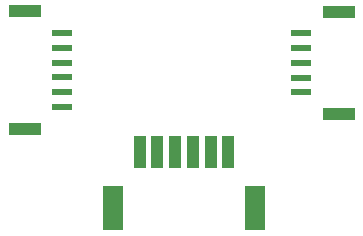
<source format=gbp>
G04*
G04 #@! TF.GenerationSoftware,Altium Limited,Altium Designer,21.6.1 (37)*
G04*
G04 Layer_Color=128*
%FSLAX44Y44*%
%MOMM*%
G71*
G04*
G04 #@! TF.SameCoordinates,8F68B78F-6856-49D9-AD19-5A0884BD1E45*
G04*
G04*
G04 #@! TF.FilePolarity,Positive*
G04*
G01*
G75*
%ADD54R,1.0000X2.7000*%
%ADD55R,1.8000X3.8000*%
%ADD56R,1.7000X0.6000*%
%ADD57R,2.7000X1.0000*%
D54*
X330500Y154500D02*
D03*
X315500D02*
D03*
X300500D02*
D03*
X285500D02*
D03*
X270500D02*
D03*
X255500D02*
D03*
D55*
X353000Y107500D02*
D03*
X233000D02*
D03*
D56*
X190000Y193000D02*
D03*
Y205500D02*
D03*
Y218000D02*
D03*
Y230500D02*
D03*
Y243000D02*
D03*
Y255500D02*
D03*
X392250Y255250D02*
D03*
Y242750D02*
D03*
Y230250D02*
D03*
Y217750D02*
D03*
Y205250D02*
D03*
D57*
X158000Y274000D02*
D03*
Y174500D02*
D03*
X424250Y186750D02*
D03*
Y273750D02*
D03*
M02*

</source>
